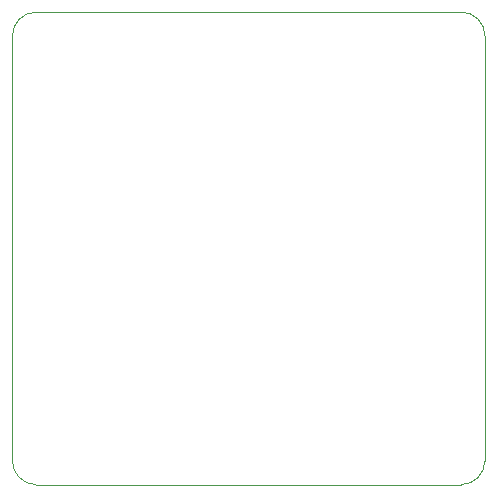
<source format=gm1>
%TF.GenerationSoftware,KiCad,Pcbnew,(6.0.1-0)*%
%TF.CreationDate,2022-02-13T16:39:07+01:00*%
%TF.ProjectId,NightLight,4e696768-744c-4696-9768-742e6b696361,rev?*%
%TF.SameCoordinates,Original*%
%TF.FileFunction,Profile,NP*%
%FSLAX46Y46*%
G04 Gerber Fmt 4.6, Leading zero omitted, Abs format (unit mm)*
G04 Created by KiCad (PCBNEW (6.0.1-0)) date 2022-02-13 16:39:07*
%MOMM*%
%LPD*%
G01*
G04 APERTURE LIST*
%TA.AperFunction,Profile*%
%ADD10C,0.100000*%
%TD*%
G04 APERTURE END LIST*
D10*
X160000000Y-82000000D02*
G75*
G03*
X158000000Y-80000000I-1999999J1D01*
G01*
X120000000Y-118000000D02*
X120000000Y-82000000D01*
X122000000Y-80000000D02*
X158000000Y-80000000D01*
X158000000Y-120000000D02*
X122000000Y-120000000D01*
X158000000Y-120000000D02*
G75*
G03*
X160000000Y-118000000I1J1999999D01*
G01*
X122000000Y-80000000D02*
G75*
G03*
X120000000Y-82000000I0J-2000000D01*
G01*
X120000000Y-118000000D02*
G75*
G03*
X122000000Y-120000000I1999999J-1D01*
G01*
X160000000Y-82000000D02*
X160000000Y-118000000D01*
M02*

</source>
